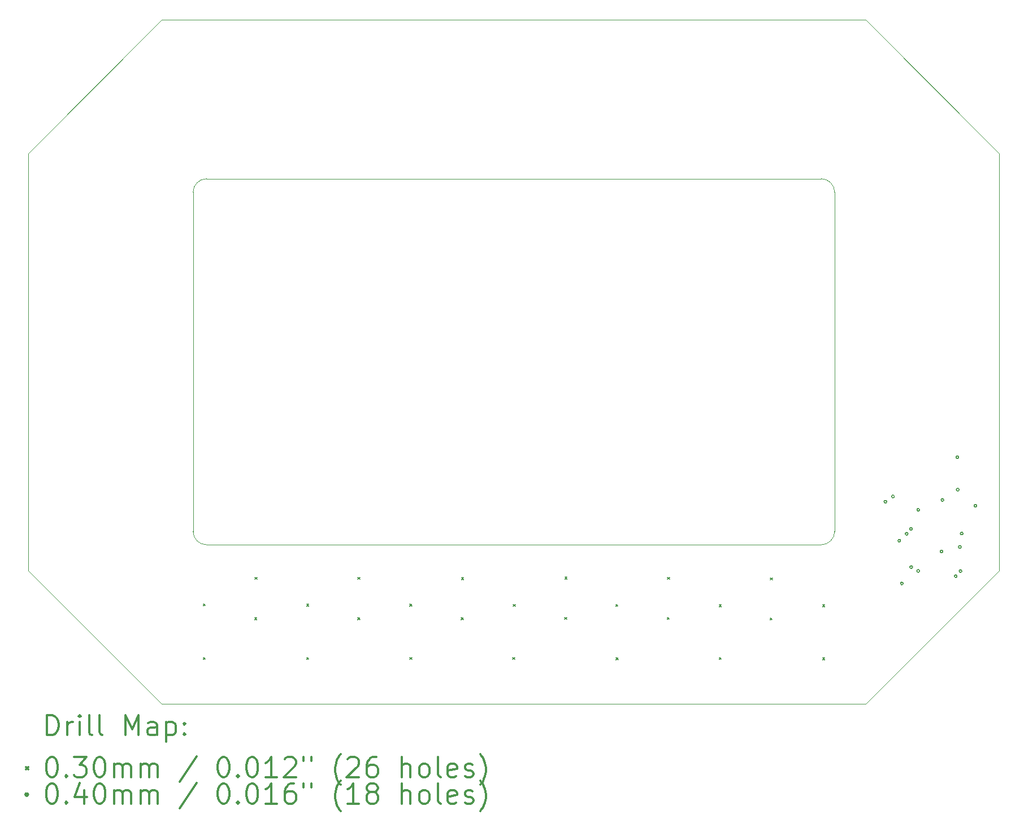
<source format=gbr>
%FSLAX45Y45*%
G04 Gerber Fmt 4.5, Leading zero omitted, Abs format (unit mm)*
G04 Created by KiCad (PCBNEW 5.1.9+dfsg1-1~bpo10+1) date 2021-11-03 11:38:21*
%MOMM*%
%LPD*%
G01*
G04 APERTURE LIST*
%TA.AperFunction,Profile*%
%ADD10C,0.050000*%
%TD*%
%ADD11C,0.200000*%
%ADD12C,0.300000*%
G04 APERTURE END LIST*
D10*
X19089750Y-5549750D02*
G75*
G02*
X19290000Y-5750000I0J-200250D01*
G01*
X19290000Y-10840000D02*
G75*
G02*
X19089750Y-11040250I-200250J0D01*
G01*
X9880250Y-11040250D02*
G75*
G02*
X9680000Y-10840000I0J200250D01*
G01*
X9680000Y-5750000D02*
G75*
G02*
X9880250Y-5549750I200250J0D01*
G01*
X19089750Y-5549750D02*
X9880250Y-5549750D01*
X19290000Y-10840000D02*
X19290000Y-5750000D01*
X9880250Y-11040250D02*
X19089750Y-11040250D01*
X9680000Y-5750000D02*
X9680000Y-10840000D01*
X9209000Y-13427500D02*
X7209000Y-11427500D01*
X19759000Y-13427500D02*
X9209000Y-13427500D01*
X21759000Y-11427500D02*
X19759000Y-13427500D01*
X21759000Y-5167500D02*
X21759000Y-11427500D01*
X19759000Y-3167500D02*
X21759000Y-5167500D01*
X9209000Y-3167500D02*
X19759000Y-3167500D01*
X7209000Y-5167500D02*
X9209000Y-3167500D01*
X7209000Y-11427500D02*
X7209000Y-5167500D01*
D11*
X9832000Y-11927000D02*
X9862000Y-11957000D01*
X9862000Y-11927000D02*
X9832000Y-11957000D01*
X9833000Y-12728000D02*
X9863000Y-12758000D01*
X9863000Y-12728000D02*
X9833000Y-12758000D01*
X10603000Y-12131000D02*
X10633000Y-12161000D01*
X10633000Y-12131000D02*
X10603000Y-12161000D01*
X10604500Y-11528500D02*
X10634500Y-11558500D01*
X10634500Y-11528500D02*
X10604500Y-11558500D01*
X11381000Y-11931000D02*
X11411000Y-11961000D01*
X11411000Y-11931000D02*
X11381000Y-11961000D01*
X11382000Y-12730000D02*
X11412000Y-12760000D01*
X11412000Y-12730000D02*
X11382000Y-12760000D01*
X12149000Y-12132000D02*
X12179000Y-12162000D01*
X12179000Y-12132000D02*
X12149000Y-12162000D01*
X12149500Y-11528500D02*
X12179500Y-11558500D01*
X12179500Y-11528500D02*
X12149500Y-11558500D01*
X12925000Y-12730000D02*
X12955000Y-12760000D01*
X12955000Y-12730000D02*
X12925000Y-12760000D01*
X12926000Y-11931000D02*
X12956000Y-11961000D01*
X12956000Y-11931000D02*
X12926000Y-11961000D01*
X13699000Y-12132000D02*
X13729000Y-12162000D01*
X13729000Y-12132000D02*
X13699000Y-12162000D01*
X13701500Y-11529500D02*
X13731500Y-11559500D01*
X13731500Y-11529500D02*
X13701500Y-11559500D01*
X14469000Y-12730000D02*
X14499000Y-12760000D01*
X14499000Y-12730000D02*
X14469000Y-12760000D01*
X14474000Y-11934000D02*
X14504000Y-11964000D01*
X14504000Y-11934000D02*
X14474000Y-11964000D01*
X15247000Y-12129000D02*
X15277000Y-12159000D01*
X15277000Y-12129000D02*
X15247000Y-12159000D01*
X15250500Y-11525500D02*
X15280500Y-11555500D01*
X15280500Y-11525500D02*
X15250500Y-11555500D01*
X16014000Y-11934000D02*
X16044000Y-11964000D01*
X16044000Y-11934000D02*
X16014000Y-11964000D01*
X16016000Y-12732000D02*
X16046000Y-12762000D01*
X16046000Y-12732000D02*
X16016000Y-12762000D01*
X16783000Y-12130000D02*
X16813000Y-12160000D01*
X16813000Y-12130000D02*
X16783000Y-12160000D01*
X16785000Y-11528000D02*
X16815000Y-11558000D01*
X16815000Y-11528000D02*
X16785000Y-11558000D01*
X17562000Y-11939000D02*
X17592000Y-11969000D01*
X17592000Y-11939000D02*
X17562000Y-11969000D01*
X17563000Y-12728000D02*
X17593000Y-12758000D01*
X17593000Y-12728000D02*
X17563000Y-12758000D01*
X18325500Y-12136500D02*
X18355500Y-12166500D01*
X18355500Y-12136500D02*
X18325500Y-12166500D01*
X18328000Y-11534000D02*
X18358000Y-11564000D01*
X18358000Y-11534000D02*
X18328000Y-11564000D01*
X19112000Y-11940000D02*
X19142000Y-11970000D01*
X19142000Y-11940000D02*
X19112000Y-11970000D01*
X19112000Y-12733000D02*
X19142000Y-12763000D01*
X19142000Y-12733000D02*
X19112000Y-12763000D01*
X20071000Y-10394000D02*
G75*
G03*
X20071000Y-10394000I-20000J0D01*
G01*
X20185000Y-10314000D02*
G75*
G03*
X20185000Y-10314000I-20000J0D01*
G01*
X20279308Y-10978692D02*
G75*
G03*
X20279308Y-10978692I-20000J0D01*
G01*
X20318000Y-11620000D02*
G75*
G03*
X20318000Y-11620000I-20000J0D01*
G01*
X20390000Y-10874000D02*
G75*
G03*
X20390000Y-10874000I-20000J0D01*
G01*
X20454000Y-10803000D02*
G75*
G03*
X20454000Y-10803000I-20000J0D01*
G01*
X20457000Y-11374000D02*
G75*
G03*
X20457000Y-11374000I-20000J0D01*
G01*
X20563000Y-10516000D02*
G75*
G03*
X20563000Y-10516000I-20000J0D01*
G01*
X20563000Y-11433000D02*
G75*
G03*
X20563000Y-11433000I-20000J0D01*
G01*
X20911000Y-11139000D02*
G75*
G03*
X20911000Y-11139000I-20000J0D01*
G01*
X20925000Y-10368000D02*
G75*
G03*
X20925000Y-10368000I-20000J0D01*
G01*
X21125000Y-11510000D02*
G75*
G03*
X21125000Y-11510000I-20000J0D01*
G01*
X21148000Y-9725000D02*
G75*
G03*
X21148000Y-9725000I-20000J0D01*
G01*
X21155544Y-10212550D02*
G75*
G03*
X21155544Y-10212550I-20000J0D01*
G01*
X21186000Y-11073000D02*
G75*
G03*
X21186000Y-11073000I-20000J0D01*
G01*
X21196000Y-11435000D02*
G75*
G03*
X21196000Y-11435000I-20000J0D01*
G01*
X21214000Y-10871000D02*
G75*
G03*
X21214000Y-10871000I-20000J0D01*
G01*
X21418360Y-10455740D02*
G75*
G03*
X21418360Y-10455740I-20000J0D01*
G01*
D12*
X7492928Y-13895714D02*
X7492928Y-13595714D01*
X7564357Y-13595714D01*
X7607214Y-13610000D01*
X7635786Y-13638571D01*
X7650071Y-13667143D01*
X7664357Y-13724286D01*
X7664357Y-13767143D01*
X7650071Y-13824286D01*
X7635786Y-13852857D01*
X7607214Y-13881429D01*
X7564357Y-13895714D01*
X7492928Y-13895714D01*
X7792928Y-13895714D02*
X7792928Y-13695714D01*
X7792928Y-13752857D02*
X7807214Y-13724286D01*
X7821500Y-13710000D01*
X7850071Y-13695714D01*
X7878643Y-13695714D01*
X7978643Y-13895714D02*
X7978643Y-13695714D01*
X7978643Y-13595714D02*
X7964357Y-13610000D01*
X7978643Y-13624286D01*
X7992928Y-13610000D01*
X7978643Y-13595714D01*
X7978643Y-13624286D01*
X8164357Y-13895714D02*
X8135786Y-13881429D01*
X8121500Y-13852857D01*
X8121500Y-13595714D01*
X8321500Y-13895714D02*
X8292928Y-13881429D01*
X8278643Y-13852857D01*
X8278643Y-13595714D01*
X8664357Y-13895714D02*
X8664357Y-13595714D01*
X8764357Y-13810000D01*
X8864357Y-13595714D01*
X8864357Y-13895714D01*
X9135786Y-13895714D02*
X9135786Y-13738571D01*
X9121500Y-13710000D01*
X9092928Y-13695714D01*
X9035786Y-13695714D01*
X9007214Y-13710000D01*
X9135786Y-13881429D02*
X9107214Y-13895714D01*
X9035786Y-13895714D01*
X9007214Y-13881429D01*
X8992928Y-13852857D01*
X8992928Y-13824286D01*
X9007214Y-13795714D01*
X9035786Y-13781429D01*
X9107214Y-13781429D01*
X9135786Y-13767143D01*
X9278643Y-13695714D02*
X9278643Y-13995714D01*
X9278643Y-13710000D02*
X9307214Y-13695714D01*
X9364357Y-13695714D01*
X9392928Y-13710000D01*
X9407214Y-13724286D01*
X9421500Y-13752857D01*
X9421500Y-13838571D01*
X9407214Y-13867143D01*
X9392928Y-13881429D01*
X9364357Y-13895714D01*
X9307214Y-13895714D01*
X9278643Y-13881429D01*
X9550071Y-13867143D02*
X9564357Y-13881429D01*
X9550071Y-13895714D01*
X9535786Y-13881429D01*
X9550071Y-13867143D01*
X9550071Y-13895714D01*
X9550071Y-13710000D02*
X9564357Y-13724286D01*
X9550071Y-13738571D01*
X9535786Y-13724286D01*
X9550071Y-13710000D01*
X9550071Y-13738571D01*
X7176500Y-14375000D02*
X7206500Y-14405000D01*
X7206500Y-14375000D02*
X7176500Y-14405000D01*
X7550071Y-14225714D02*
X7578643Y-14225714D01*
X7607214Y-14240000D01*
X7621500Y-14254286D01*
X7635786Y-14282857D01*
X7650071Y-14340000D01*
X7650071Y-14411429D01*
X7635786Y-14468571D01*
X7621500Y-14497143D01*
X7607214Y-14511429D01*
X7578643Y-14525714D01*
X7550071Y-14525714D01*
X7521500Y-14511429D01*
X7507214Y-14497143D01*
X7492928Y-14468571D01*
X7478643Y-14411429D01*
X7478643Y-14340000D01*
X7492928Y-14282857D01*
X7507214Y-14254286D01*
X7521500Y-14240000D01*
X7550071Y-14225714D01*
X7778643Y-14497143D02*
X7792928Y-14511429D01*
X7778643Y-14525714D01*
X7764357Y-14511429D01*
X7778643Y-14497143D01*
X7778643Y-14525714D01*
X7892928Y-14225714D02*
X8078643Y-14225714D01*
X7978643Y-14340000D01*
X8021500Y-14340000D01*
X8050071Y-14354286D01*
X8064357Y-14368571D01*
X8078643Y-14397143D01*
X8078643Y-14468571D01*
X8064357Y-14497143D01*
X8050071Y-14511429D01*
X8021500Y-14525714D01*
X7935786Y-14525714D01*
X7907214Y-14511429D01*
X7892928Y-14497143D01*
X8264357Y-14225714D02*
X8292928Y-14225714D01*
X8321500Y-14240000D01*
X8335786Y-14254286D01*
X8350071Y-14282857D01*
X8364357Y-14340000D01*
X8364357Y-14411429D01*
X8350071Y-14468571D01*
X8335786Y-14497143D01*
X8321500Y-14511429D01*
X8292928Y-14525714D01*
X8264357Y-14525714D01*
X8235786Y-14511429D01*
X8221500Y-14497143D01*
X8207214Y-14468571D01*
X8192928Y-14411429D01*
X8192928Y-14340000D01*
X8207214Y-14282857D01*
X8221500Y-14254286D01*
X8235786Y-14240000D01*
X8264357Y-14225714D01*
X8492928Y-14525714D02*
X8492928Y-14325714D01*
X8492928Y-14354286D02*
X8507214Y-14340000D01*
X8535786Y-14325714D01*
X8578643Y-14325714D01*
X8607214Y-14340000D01*
X8621500Y-14368571D01*
X8621500Y-14525714D01*
X8621500Y-14368571D02*
X8635786Y-14340000D01*
X8664357Y-14325714D01*
X8707214Y-14325714D01*
X8735786Y-14340000D01*
X8750071Y-14368571D01*
X8750071Y-14525714D01*
X8892928Y-14525714D02*
X8892928Y-14325714D01*
X8892928Y-14354286D02*
X8907214Y-14340000D01*
X8935786Y-14325714D01*
X8978643Y-14325714D01*
X9007214Y-14340000D01*
X9021500Y-14368571D01*
X9021500Y-14525714D01*
X9021500Y-14368571D02*
X9035786Y-14340000D01*
X9064357Y-14325714D01*
X9107214Y-14325714D01*
X9135786Y-14340000D01*
X9150071Y-14368571D01*
X9150071Y-14525714D01*
X9735786Y-14211429D02*
X9478643Y-14597143D01*
X10121500Y-14225714D02*
X10150071Y-14225714D01*
X10178643Y-14240000D01*
X10192928Y-14254286D01*
X10207214Y-14282857D01*
X10221500Y-14340000D01*
X10221500Y-14411429D01*
X10207214Y-14468571D01*
X10192928Y-14497143D01*
X10178643Y-14511429D01*
X10150071Y-14525714D01*
X10121500Y-14525714D01*
X10092928Y-14511429D01*
X10078643Y-14497143D01*
X10064357Y-14468571D01*
X10050071Y-14411429D01*
X10050071Y-14340000D01*
X10064357Y-14282857D01*
X10078643Y-14254286D01*
X10092928Y-14240000D01*
X10121500Y-14225714D01*
X10350071Y-14497143D02*
X10364357Y-14511429D01*
X10350071Y-14525714D01*
X10335786Y-14511429D01*
X10350071Y-14497143D01*
X10350071Y-14525714D01*
X10550071Y-14225714D02*
X10578643Y-14225714D01*
X10607214Y-14240000D01*
X10621500Y-14254286D01*
X10635786Y-14282857D01*
X10650071Y-14340000D01*
X10650071Y-14411429D01*
X10635786Y-14468571D01*
X10621500Y-14497143D01*
X10607214Y-14511429D01*
X10578643Y-14525714D01*
X10550071Y-14525714D01*
X10521500Y-14511429D01*
X10507214Y-14497143D01*
X10492928Y-14468571D01*
X10478643Y-14411429D01*
X10478643Y-14340000D01*
X10492928Y-14282857D01*
X10507214Y-14254286D01*
X10521500Y-14240000D01*
X10550071Y-14225714D01*
X10935786Y-14525714D02*
X10764357Y-14525714D01*
X10850071Y-14525714D02*
X10850071Y-14225714D01*
X10821500Y-14268571D01*
X10792928Y-14297143D01*
X10764357Y-14311429D01*
X11050071Y-14254286D02*
X11064357Y-14240000D01*
X11092928Y-14225714D01*
X11164357Y-14225714D01*
X11192928Y-14240000D01*
X11207214Y-14254286D01*
X11221500Y-14282857D01*
X11221500Y-14311429D01*
X11207214Y-14354286D01*
X11035786Y-14525714D01*
X11221500Y-14525714D01*
X11335786Y-14225714D02*
X11335786Y-14282857D01*
X11450071Y-14225714D02*
X11450071Y-14282857D01*
X11892928Y-14640000D02*
X11878643Y-14625714D01*
X11850071Y-14582857D01*
X11835786Y-14554286D01*
X11821500Y-14511429D01*
X11807214Y-14440000D01*
X11807214Y-14382857D01*
X11821500Y-14311429D01*
X11835786Y-14268571D01*
X11850071Y-14240000D01*
X11878643Y-14197143D01*
X11892928Y-14182857D01*
X11992928Y-14254286D02*
X12007214Y-14240000D01*
X12035786Y-14225714D01*
X12107214Y-14225714D01*
X12135786Y-14240000D01*
X12150071Y-14254286D01*
X12164357Y-14282857D01*
X12164357Y-14311429D01*
X12150071Y-14354286D01*
X11978643Y-14525714D01*
X12164357Y-14525714D01*
X12421500Y-14225714D02*
X12364357Y-14225714D01*
X12335786Y-14240000D01*
X12321500Y-14254286D01*
X12292928Y-14297143D01*
X12278643Y-14354286D01*
X12278643Y-14468571D01*
X12292928Y-14497143D01*
X12307214Y-14511429D01*
X12335786Y-14525714D01*
X12392928Y-14525714D01*
X12421500Y-14511429D01*
X12435786Y-14497143D01*
X12450071Y-14468571D01*
X12450071Y-14397143D01*
X12435786Y-14368571D01*
X12421500Y-14354286D01*
X12392928Y-14340000D01*
X12335786Y-14340000D01*
X12307214Y-14354286D01*
X12292928Y-14368571D01*
X12278643Y-14397143D01*
X12807214Y-14525714D02*
X12807214Y-14225714D01*
X12935786Y-14525714D02*
X12935786Y-14368571D01*
X12921500Y-14340000D01*
X12892928Y-14325714D01*
X12850071Y-14325714D01*
X12821500Y-14340000D01*
X12807214Y-14354286D01*
X13121500Y-14525714D02*
X13092928Y-14511429D01*
X13078643Y-14497143D01*
X13064357Y-14468571D01*
X13064357Y-14382857D01*
X13078643Y-14354286D01*
X13092928Y-14340000D01*
X13121500Y-14325714D01*
X13164357Y-14325714D01*
X13192928Y-14340000D01*
X13207214Y-14354286D01*
X13221500Y-14382857D01*
X13221500Y-14468571D01*
X13207214Y-14497143D01*
X13192928Y-14511429D01*
X13164357Y-14525714D01*
X13121500Y-14525714D01*
X13392928Y-14525714D02*
X13364357Y-14511429D01*
X13350071Y-14482857D01*
X13350071Y-14225714D01*
X13621500Y-14511429D02*
X13592928Y-14525714D01*
X13535786Y-14525714D01*
X13507214Y-14511429D01*
X13492928Y-14482857D01*
X13492928Y-14368571D01*
X13507214Y-14340000D01*
X13535786Y-14325714D01*
X13592928Y-14325714D01*
X13621500Y-14340000D01*
X13635786Y-14368571D01*
X13635786Y-14397143D01*
X13492928Y-14425714D01*
X13750071Y-14511429D02*
X13778643Y-14525714D01*
X13835786Y-14525714D01*
X13864357Y-14511429D01*
X13878643Y-14482857D01*
X13878643Y-14468571D01*
X13864357Y-14440000D01*
X13835786Y-14425714D01*
X13792928Y-14425714D01*
X13764357Y-14411429D01*
X13750071Y-14382857D01*
X13750071Y-14368571D01*
X13764357Y-14340000D01*
X13792928Y-14325714D01*
X13835786Y-14325714D01*
X13864357Y-14340000D01*
X13978643Y-14640000D02*
X13992928Y-14625714D01*
X14021500Y-14582857D01*
X14035786Y-14554286D01*
X14050071Y-14511429D01*
X14064357Y-14440000D01*
X14064357Y-14382857D01*
X14050071Y-14311429D01*
X14035786Y-14268571D01*
X14021500Y-14240000D01*
X13992928Y-14197143D01*
X13978643Y-14182857D01*
X7206500Y-14786000D02*
G75*
G03*
X7206500Y-14786000I-20000J0D01*
G01*
X7550071Y-14621714D02*
X7578643Y-14621714D01*
X7607214Y-14636000D01*
X7621500Y-14650286D01*
X7635786Y-14678857D01*
X7650071Y-14736000D01*
X7650071Y-14807429D01*
X7635786Y-14864571D01*
X7621500Y-14893143D01*
X7607214Y-14907429D01*
X7578643Y-14921714D01*
X7550071Y-14921714D01*
X7521500Y-14907429D01*
X7507214Y-14893143D01*
X7492928Y-14864571D01*
X7478643Y-14807429D01*
X7478643Y-14736000D01*
X7492928Y-14678857D01*
X7507214Y-14650286D01*
X7521500Y-14636000D01*
X7550071Y-14621714D01*
X7778643Y-14893143D02*
X7792928Y-14907429D01*
X7778643Y-14921714D01*
X7764357Y-14907429D01*
X7778643Y-14893143D01*
X7778643Y-14921714D01*
X8050071Y-14721714D02*
X8050071Y-14921714D01*
X7978643Y-14607429D02*
X7907214Y-14821714D01*
X8092928Y-14821714D01*
X8264357Y-14621714D02*
X8292928Y-14621714D01*
X8321500Y-14636000D01*
X8335786Y-14650286D01*
X8350071Y-14678857D01*
X8364357Y-14736000D01*
X8364357Y-14807429D01*
X8350071Y-14864571D01*
X8335786Y-14893143D01*
X8321500Y-14907429D01*
X8292928Y-14921714D01*
X8264357Y-14921714D01*
X8235786Y-14907429D01*
X8221500Y-14893143D01*
X8207214Y-14864571D01*
X8192928Y-14807429D01*
X8192928Y-14736000D01*
X8207214Y-14678857D01*
X8221500Y-14650286D01*
X8235786Y-14636000D01*
X8264357Y-14621714D01*
X8492928Y-14921714D02*
X8492928Y-14721714D01*
X8492928Y-14750286D02*
X8507214Y-14736000D01*
X8535786Y-14721714D01*
X8578643Y-14721714D01*
X8607214Y-14736000D01*
X8621500Y-14764571D01*
X8621500Y-14921714D01*
X8621500Y-14764571D02*
X8635786Y-14736000D01*
X8664357Y-14721714D01*
X8707214Y-14721714D01*
X8735786Y-14736000D01*
X8750071Y-14764571D01*
X8750071Y-14921714D01*
X8892928Y-14921714D02*
X8892928Y-14721714D01*
X8892928Y-14750286D02*
X8907214Y-14736000D01*
X8935786Y-14721714D01*
X8978643Y-14721714D01*
X9007214Y-14736000D01*
X9021500Y-14764571D01*
X9021500Y-14921714D01*
X9021500Y-14764571D02*
X9035786Y-14736000D01*
X9064357Y-14721714D01*
X9107214Y-14721714D01*
X9135786Y-14736000D01*
X9150071Y-14764571D01*
X9150071Y-14921714D01*
X9735786Y-14607429D02*
X9478643Y-14993143D01*
X10121500Y-14621714D02*
X10150071Y-14621714D01*
X10178643Y-14636000D01*
X10192928Y-14650286D01*
X10207214Y-14678857D01*
X10221500Y-14736000D01*
X10221500Y-14807429D01*
X10207214Y-14864571D01*
X10192928Y-14893143D01*
X10178643Y-14907429D01*
X10150071Y-14921714D01*
X10121500Y-14921714D01*
X10092928Y-14907429D01*
X10078643Y-14893143D01*
X10064357Y-14864571D01*
X10050071Y-14807429D01*
X10050071Y-14736000D01*
X10064357Y-14678857D01*
X10078643Y-14650286D01*
X10092928Y-14636000D01*
X10121500Y-14621714D01*
X10350071Y-14893143D02*
X10364357Y-14907429D01*
X10350071Y-14921714D01*
X10335786Y-14907429D01*
X10350071Y-14893143D01*
X10350071Y-14921714D01*
X10550071Y-14621714D02*
X10578643Y-14621714D01*
X10607214Y-14636000D01*
X10621500Y-14650286D01*
X10635786Y-14678857D01*
X10650071Y-14736000D01*
X10650071Y-14807429D01*
X10635786Y-14864571D01*
X10621500Y-14893143D01*
X10607214Y-14907429D01*
X10578643Y-14921714D01*
X10550071Y-14921714D01*
X10521500Y-14907429D01*
X10507214Y-14893143D01*
X10492928Y-14864571D01*
X10478643Y-14807429D01*
X10478643Y-14736000D01*
X10492928Y-14678857D01*
X10507214Y-14650286D01*
X10521500Y-14636000D01*
X10550071Y-14621714D01*
X10935786Y-14921714D02*
X10764357Y-14921714D01*
X10850071Y-14921714D02*
X10850071Y-14621714D01*
X10821500Y-14664571D01*
X10792928Y-14693143D01*
X10764357Y-14707429D01*
X11192928Y-14621714D02*
X11135786Y-14621714D01*
X11107214Y-14636000D01*
X11092928Y-14650286D01*
X11064357Y-14693143D01*
X11050071Y-14750286D01*
X11050071Y-14864571D01*
X11064357Y-14893143D01*
X11078643Y-14907429D01*
X11107214Y-14921714D01*
X11164357Y-14921714D01*
X11192928Y-14907429D01*
X11207214Y-14893143D01*
X11221500Y-14864571D01*
X11221500Y-14793143D01*
X11207214Y-14764571D01*
X11192928Y-14750286D01*
X11164357Y-14736000D01*
X11107214Y-14736000D01*
X11078643Y-14750286D01*
X11064357Y-14764571D01*
X11050071Y-14793143D01*
X11335786Y-14621714D02*
X11335786Y-14678857D01*
X11450071Y-14621714D02*
X11450071Y-14678857D01*
X11892928Y-15036000D02*
X11878643Y-15021714D01*
X11850071Y-14978857D01*
X11835786Y-14950286D01*
X11821500Y-14907429D01*
X11807214Y-14836000D01*
X11807214Y-14778857D01*
X11821500Y-14707429D01*
X11835786Y-14664571D01*
X11850071Y-14636000D01*
X11878643Y-14593143D01*
X11892928Y-14578857D01*
X12164357Y-14921714D02*
X11992928Y-14921714D01*
X12078643Y-14921714D02*
X12078643Y-14621714D01*
X12050071Y-14664571D01*
X12021500Y-14693143D01*
X11992928Y-14707429D01*
X12335786Y-14750286D02*
X12307214Y-14736000D01*
X12292928Y-14721714D01*
X12278643Y-14693143D01*
X12278643Y-14678857D01*
X12292928Y-14650286D01*
X12307214Y-14636000D01*
X12335786Y-14621714D01*
X12392928Y-14621714D01*
X12421500Y-14636000D01*
X12435786Y-14650286D01*
X12450071Y-14678857D01*
X12450071Y-14693143D01*
X12435786Y-14721714D01*
X12421500Y-14736000D01*
X12392928Y-14750286D01*
X12335786Y-14750286D01*
X12307214Y-14764571D01*
X12292928Y-14778857D01*
X12278643Y-14807429D01*
X12278643Y-14864571D01*
X12292928Y-14893143D01*
X12307214Y-14907429D01*
X12335786Y-14921714D01*
X12392928Y-14921714D01*
X12421500Y-14907429D01*
X12435786Y-14893143D01*
X12450071Y-14864571D01*
X12450071Y-14807429D01*
X12435786Y-14778857D01*
X12421500Y-14764571D01*
X12392928Y-14750286D01*
X12807214Y-14921714D02*
X12807214Y-14621714D01*
X12935786Y-14921714D02*
X12935786Y-14764571D01*
X12921500Y-14736000D01*
X12892928Y-14721714D01*
X12850071Y-14721714D01*
X12821500Y-14736000D01*
X12807214Y-14750286D01*
X13121500Y-14921714D02*
X13092928Y-14907429D01*
X13078643Y-14893143D01*
X13064357Y-14864571D01*
X13064357Y-14778857D01*
X13078643Y-14750286D01*
X13092928Y-14736000D01*
X13121500Y-14721714D01*
X13164357Y-14721714D01*
X13192928Y-14736000D01*
X13207214Y-14750286D01*
X13221500Y-14778857D01*
X13221500Y-14864571D01*
X13207214Y-14893143D01*
X13192928Y-14907429D01*
X13164357Y-14921714D01*
X13121500Y-14921714D01*
X13392928Y-14921714D02*
X13364357Y-14907429D01*
X13350071Y-14878857D01*
X13350071Y-14621714D01*
X13621500Y-14907429D02*
X13592928Y-14921714D01*
X13535786Y-14921714D01*
X13507214Y-14907429D01*
X13492928Y-14878857D01*
X13492928Y-14764571D01*
X13507214Y-14736000D01*
X13535786Y-14721714D01*
X13592928Y-14721714D01*
X13621500Y-14736000D01*
X13635786Y-14764571D01*
X13635786Y-14793143D01*
X13492928Y-14821714D01*
X13750071Y-14907429D02*
X13778643Y-14921714D01*
X13835786Y-14921714D01*
X13864357Y-14907429D01*
X13878643Y-14878857D01*
X13878643Y-14864571D01*
X13864357Y-14836000D01*
X13835786Y-14821714D01*
X13792928Y-14821714D01*
X13764357Y-14807429D01*
X13750071Y-14778857D01*
X13750071Y-14764571D01*
X13764357Y-14736000D01*
X13792928Y-14721714D01*
X13835786Y-14721714D01*
X13864357Y-14736000D01*
X13978643Y-15036000D02*
X13992928Y-15021714D01*
X14021500Y-14978857D01*
X14035786Y-14950286D01*
X14050071Y-14907429D01*
X14064357Y-14836000D01*
X14064357Y-14778857D01*
X14050071Y-14707429D01*
X14035786Y-14664571D01*
X14021500Y-14636000D01*
X13992928Y-14593143D01*
X13978643Y-14578857D01*
M02*

</source>
